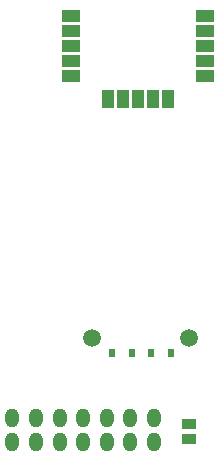
<source format=gbs>
G04 #@! TF.GenerationSoftware,KiCad,Pcbnew,(2017-11-08 revision cd21218)-HEAD*
G04 #@! TF.CreationDate,2018-05-28T19:11:13+03:00*
G04 #@! TF.ProjectId,livolo_1_channel_1way_eu_switch,6C69766F6C6F5F315F6368616E6E656C,rev?*
G04 #@! TF.SameCoordinates,Original*
G04 #@! TF.FileFunction,Soldermask,Bot*
G04 #@! TF.FilePolarity,Negative*
%FSLAX46Y46*%
G04 Gerber Fmt 4.6, Leading zero omitted, Abs format (unit mm)*
G04 Created by KiCad (PCBNEW (2017-11-08 revision cd21218)-HEAD) date Mon May 28 19:11:13 2018*
%MOMM*%
%LPD*%
G01*
G04 APERTURE LIST*
%ADD10O,1.200000X1.600000*%
%ADD11C,1.500000*%
%ADD12R,0.600000X0.800000*%
%ADD13R,1.270000X0.970000*%
%ADD14C,0.600000*%
%ADD15R,1.500000X1.000000*%
%ADD16R,1.000000X1.500000*%
G04 APERTURE END LIST*
D10*
X143650000Y-107550000D03*
X143650000Y-109550000D03*
X141650000Y-107550000D03*
X141650000Y-109550000D03*
X139650000Y-107550000D03*
X139650000Y-109550000D03*
X137650000Y-107550000D03*
X137650000Y-109550000D03*
X135650000Y-107550000D03*
X135650000Y-109550000D03*
X133650000Y-107550000D03*
X133650000Y-109550000D03*
X131650000Y-107550000D03*
X131650000Y-109550000D03*
D11*
X146600000Y-100800000D03*
X138400000Y-100800000D03*
D12*
X143400000Y-102050000D03*
X145100000Y-102050000D03*
X140050000Y-102050000D03*
X141750000Y-102050000D03*
D13*
X146600000Y-109340000D03*
X146600000Y-108060000D03*
D14*
X147910000Y-78630000D03*
X147910000Y-77360000D03*
X147910000Y-76090000D03*
X147910000Y-74820000D03*
X147910000Y-73550000D03*
X139760000Y-80620000D03*
X141030000Y-80620000D03*
X142300000Y-80620000D03*
X143570000Y-80620000D03*
X144840000Y-80620000D03*
X136570000Y-78630000D03*
X136570000Y-77360000D03*
X136570000Y-76090000D03*
X136570000Y-74820000D03*
D15*
X136620000Y-73550000D03*
X136620000Y-74820000D03*
X136620000Y-76090000D03*
X136620000Y-77360000D03*
X136620000Y-78630000D03*
D16*
X144840000Y-80570000D03*
X143570000Y-80570000D03*
X142300000Y-80570000D03*
X141030000Y-80570000D03*
X139760000Y-80570000D03*
D15*
X147960000Y-74820000D03*
X147960000Y-77360000D03*
X147960000Y-76090000D03*
X147960000Y-78630000D03*
X147960000Y-73550000D03*
D14*
X136570000Y-73550000D03*
M02*

</source>
